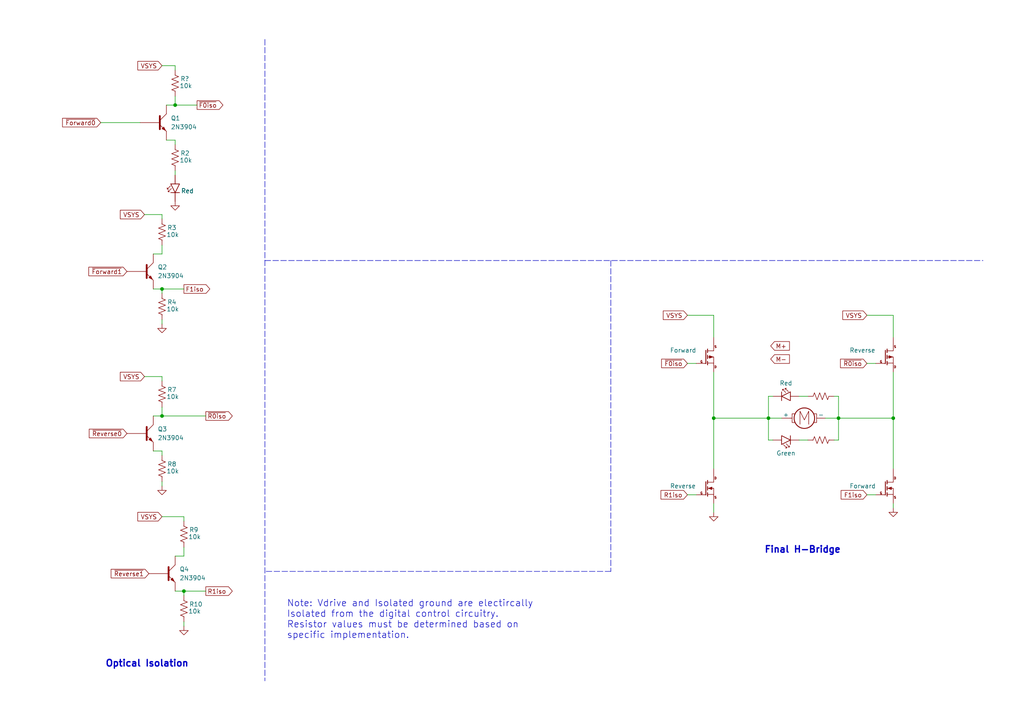
<source format=kicad_sch>
(kicad_sch (version 20250114) (generator "eeschema") (generator_version "9.0")
  (paper "A4")
  (lib_symbols
    (symbol "00TJR:GND" (power) (pin_names (offset 0))
      (property "Value" "GND" (at 0 -3.81 0))
      (symbol "GND_0_1"
        (polyline (pts (xy 0 0) (xy 0 -1.27) (xy 1.27 -1.27) (xy 0 -2.54) (xy -1.27 -1.27) (xy 0 -1.27)))
      )
      (symbol "GND_1_1"
        (pin power_in line (at 0 0 270) (length 0) (hide yes) (name "GND") (number "1"))
      )
    )
    (symbol "00TJR:Motor_DC" (pin_numbers (hide yes)) (pin_names (offset 0))
      (property "Reference" "M" (at 2.54 2.54 0))
      (property "Value" "00TJR_Motor_DC" (at 2.54 -5.08 0))
      (symbol "Motor_DC_0_0"
        (polyline (pts (xy -1.27 1.27) (xy -1.27 2.032) (xy 1.27 2.032) (xy 1.27 1.27)))
        (polyline (pts (xy -1.27 -4.318) (xy -1.27 -5.08) (xy 1.27 -5.08) (xy 1.27 -4.318)))
        (circle (center 0 -1.524) (radius 2.9718) (stroke (width 0.254)))
        (polyline (pts (xy 1.778 -2.794) (xy -2.032 -2.794) (xy 0.508 -1.524) (xy -2.032 -0.254) (xy 1.778 -0.254)))
      )
      (symbol "Motor_DC_0_1"
        (polyline (pts (xy 0 2.032) (xy 0 2.54)))
      )
      (symbol "Motor_DC_1_1"
        (pin passive line (at 0 5.08 270) (length 2.54) (name "+") (number "1"))
        (pin passive line (at 0 -7.62 90) (length 2.54) (name "-") (number "2"))
      )
    )
    (symbol "2N3904_1" (pin_names (offset 0) (hide yes))
      (property "Reference" "Q" (at 5.08 1.905 0))
      (property "Value" "2N3904" (at 5.08 0 0))
      (symbol "2N3904_1_0_1"
        (polyline (pts (xy 0.635 1.905) (xy 0.635 -1.905) (xy 0.635 -1.905)) (stroke (width 0.508)))
        (polyline (pts (xy 0.635 0.635) (xy 2.54 2.54)))
        (polyline (pts (xy 0.635 -0.635) (xy 2.54 -2.54) (xy 2.54 -2.54)))
        (polyline (pts (xy 1.27 -1.778) (xy 1.778 -1.27) (xy 2.286 -2.286) (xy 1.27 -1.778) (xy 1.27 -1.778)) (fill (type outline)))
      )
      (symbol "2N3904_1_1_1"
        (pin passive line (at -5.08 0 0) (length 5.715) (name "B") (number "~"))
        (pin passive line (at 2.54 5.08 270) (length 2.54) (name "C") (number "~"))
        (pin passive line (at 2.54 -5.08 90) (length 2.54) (name "E") (number "~"))
      )
    )
    (symbol "2N3904_2" (pin_names (offset 0) (hide yes))
      (property "Reference" "Q" (at 5.08 1.905 0))
      (property "Value" "2N3904" (at 5.08 0 0))
      (symbol "2N3904_2_0_1"
        (polyline (pts (xy 0.635 1.905) (xy 0.635 -1.905) (xy 0.635 -1.905)) (stroke (width 0.508)))
        (polyline (pts (xy 0.635 0.635) (xy 2.54 2.54)))
        (polyline (pts (xy 0.635 -0.635) (xy 2.54 -2.54) (xy 2.54 -2.54)))
        (polyline (pts (xy 1.27 -1.778) (xy 1.778 -1.27) (xy 2.286 -2.286) (xy 1.27 -1.778) (xy 1.27 -1.778)) (fill (type outline)))
      )
      (symbol "2N3904_2_1_1"
        (pin passive line (at -5.08 0 0) (length 5.715) (name "B") (number "~"))
        (pin passive line (at 2.54 5.08 270) (length 2.54) (name "C") (number "~"))
        (pin passive line (at 2.54 -5.08 90) (length 2.54) (name "E") (number "~"))
      )
    )
    (symbol "2N3904_3" (pin_names (offset 0) (hide yes))
      (property "Reference" "Q" (at 5.08 1.905 0))
      (property "Value" "2N3904" (at 5.08 0 0))
      (symbol "2N3904_3_0_1"
        (polyline (pts (xy 0.635 1.905) (xy 0.635 -1.905) (xy 0.635 -1.905)) (stroke (width 0.508)))
        (polyline (pts (xy 0.635 0.635) (xy 2.54 2.54)))
        (polyline (pts (xy 0.635 -0.635) (xy 2.54 -2.54) (xy 2.54 -2.54)))
        (polyline (pts (xy 1.27 -1.778) (xy 1.778 -1.27) (xy 2.286 -2.286) (xy 1.27 -1.778) (xy 1.27 -1.778)) (fill (type outline)))
      )
      (symbol "2N3904_3_1_1"
        (pin passive line (at -5.08 0 0) (length 5.715) (name "B") (number "~"))
        (pin passive line (at 2.54 5.08 270) (length 2.54) (name "C") (number "~"))
        (pin passive line (at 2.54 -5.08 90) (length 2.54) (name "E") (number "~"))
      )
    )
    (symbol "Device:R_US" (pin_numbers (hide yes)) (pin_names (offset 0))
      (property "Reference" "R" (at 2.54 0 90))
      (property "Value" "Device_R_US" (at -2.54 0 90))
      (symbol "R_US_0_1"
        (polyline (pts (xy 0 2.286) (xy 0 2.54)))
        (polyline (pts (xy 0 2.286) (xy 1.016 1.905) (xy 0 1.524) (xy -1.016 1.143) (xy 0 0.762)))
        (polyline (pts (xy 0 0.762) (xy 1.016 0.381) (xy 0 0) (xy -1.016 -0.381) (xy 0 -0.762)))
        (polyline (pts (xy 0 -0.762) (xy 1.016 -1.143) (xy 0 -1.524) (xy -1.016 -1.905) (xy 0 -2.286)))
        (polyline (pts (xy 0 -2.286) (xy 0 -2.54)))
      )
      (symbol "R_US_1_1"
        (pin passive line (at 0 3.81 270) (length 1.27) (name "~") (number "1"))
        (pin passive line (at 0 -3.81 90) (length 1.27) (name "~") (number "2"))
      )
    )
    (symbol "Drivers-rescue:LED-00TJR" (pin_numbers (hide yes)) (pin_names (offset 1.016) (hide yes))
      (property "Reference" "D" (at -1.6764 2.921 0))
      (property "Value" "LED-00TJR" (at 2.6416 2.8956 0))
      (symbol "LED-00TJR_0_1"
        (polyline (pts (xy 1.0668 -0.0508) (xy 2.032 -1.016) (xy 2.032 -0.6096) (xy 2.032 -1.016) (xy 1.651 -1.016)))
        (polyline (pts (xy 1.27 1.27) (xy -1.27 1.27) (xy 0 -1.27) (xy 1.27 1.27)) (stroke (width 0.2032)))
        (polyline (pts (xy 1.27 -1.27) (xy -1.27 -1.27)) (stroke (width 0.2032)))
      )
      (symbol "LED-00TJR_1_1"
        (polyline (pts (xy 1.3462 0.7112) (xy 2.3114 -0.254) (xy 2.3114 0.1524) (xy 2.3114 -0.254) (xy 1.9304 -0.254)))
        (pin passive line (at 0 3.81 270) (length 2.54) (name "A") (number "2"))
        (pin passive line (at 0 -3.81 90) (length 2.54) (name "K") (number "1"))
      )
    )
    (symbol "Drivers-rescue:NEMOSFET-00TJR" (pin_numbers (hide yes)) (pin_names (hide yes))
      (property "Reference" "Q" (at 1.524 1.2446 0))
      (property "Value" "NEMOSFET-00TJR" (at 1.524 -0.9144 0))
      (symbol "NEMOSFET-00TJR_0_0"
        (text "G" (at -3.556 -2.032 0) (effects (font (size 0.635 0.635))))
        (text "D" (at 0.508 2.286 0) (effects (font (size 0.635 0.635))))
        (text "S" (at 0.508 -3.302 0) (effects (font (size 0.635 0.635))))
      )
      (symbol "NEMOSFET-00TJR_0_1"
        (polyline (pts (xy -2.54 -2.54) (xy -2.286 -2.54)))
        (polyline (pts (xy -2.286 1.2446) (xy -2.286 -2.5654)) (stroke (width 0.254)))
        (polyline (pts (xy -1.778 1.6256) (xy -1.778 0.6096)) (stroke (width 0.254)))
        (polyline (pts (xy -1.778 -0.1524) (xy -1.778 -1.1684)) (stroke (width 0.254)))
        (polyline (pts (xy -1.778 -1.9304) (xy -1.778 -2.9464)) (stroke (width 0.254)))
        (polyline (pts (xy -1.778 -2.4384) (xy 0 -2.4384)))
        (polyline (pts (xy -1.524 -0.6604) (xy -0.508 -0.2794) (xy -0.508 -1.0414) (xy -1.524 -0.6604)) (fill (type outline)))
        (polyline (pts (xy 0 1.905) (xy 0 2.54)))
        (polyline (pts (xy 0 1.8796) (xy 0 1.1176)))
        (polyline (pts (xy 0 1.1176) (xy -1.778 1.1176)))
        (polyline (pts (xy 0 -3.2004) (xy 0 -0.6604) (xy -1.778 -0.6604)))
      )
      (symbol "NEMOSFET-00TJR_1_1"
        (pin input line (at -5.08 -2.54 0) (length 2.54) (name "G") (number "2"))
        (pin passive line (at 0 5.08 270) (length 2.54) (name "D") (number "1"))
        (pin passive line (at 0 -5.08 90) (length 2.54) (name "S") (number "3"))
      )
    )
    (symbol "Drivers-rescue:PEMOSFET-00TJR" (pin_numbers (hide yes)) (pin_names (offset 0) (hide yes))
      (property "Reference" "Q" (at 2.54 1.2446 0))
      (property "Value" "PEMOSFET-00TJR" (at 2.54 -0.9144 0))
      (symbol "PEMOSFET-00TJR_0_0"
        (text "S" (at 0.508 2.286 0) (effects (font (size 0.635 0.635))))
      )
      (symbol "PEMOSFET-00TJR_0_1"
        (polyline (pts (xy -2.54 -2.54) (xy -2.286 -2.54)))
        (polyline (pts (xy -2.286 1.2446) (xy -2.286 -2.5654)) (stroke (width 0.254)))
        (polyline (pts (xy -1.778 1.6256) (xy -1.778 0.6096)) (stroke (width 0.254)))
        (polyline (pts (xy -1.778 -0.1524) (xy -1.778 -1.1684)) (stroke (width 0.254)))
        (polyline (pts (xy -1.778 -1.9304) (xy -1.778 -2.9464)) (stroke (width 0.254)))
        (polyline (pts (xy -1.778 -2.4384) (xy 0 -2.4384)))
        (polyline (pts (xy -0.254 -0.6604) (xy -1.27 -1.0414) (xy -1.27 -0.2794) (xy -0.254 -0.6604)) (fill (type outline)))
        (polyline (pts (xy 0 1.905) (xy 0 2.54)))
        (polyline (pts (xy 0 1.8796) (xy 0 1.1176)))
        (polyline (pts (xy 0 1.1176) (xy -1.778 1.1176)))
        (polyline (pts (xy 0 -3.2004) (xy 0 -0.6604) (xy -1.778 -0.6604)))
      )
      (symbol "PEMOSFET-00TJR_1_1"
        (text "G" (at -3.556 -2.032 0) (effects (font (size 0.635 0.635))))
        (text "D" (at 0.508 -3.556 0) (effects (font (size 0.635 0.635))))
        (pin input line (at -5.08 -2.54 0) (length 2.54) (name "G") (number "2"))
        (pin passive line (at 0 5.08 270) (length 2.54) (name "S") (number "1"))
        (pin passive line (at 0 -5.08 90) (length 2.54) (name "D") (number "3"))
      )
    )
    (symbol "S2020-cache:74xx_74LS14" (pin_names (offset 1.016))
      (property "Reference" "U" (at 0 1.27 0))
      (property "Value" "74xx_74LS14" (at 0 -1.27 0))
      (symbol "74xx_74LS14_1_0"
        (polyline (pts (xy -3.81 3.81) (xy -3.81 -3.81) (xy 3.81 0) (xy -3.81 3.81)) (stroke (width 0.254)) (fill (type background)))
        (pin input line (at -7.62 0 0) (length 3.81) (name "~") (number "1"))
        (pin output inverted (at 7.62 0 180) (length 3.81) (name "~") (number "2"))
      )
      (symbol "74xx_74LS14_1_1"
        (polyline (pts (xy -2.54 -1.27) (xy -0.635 -1.27) (xy -0.635 1.27) (xy 0 1.27)))
        (polyline (pts (xy -1.905 -1.27) (xy -1.905 1.27) (xy -0.635 1.27)))
      )
      (symbol "74xx_74LS14_2_0"
        (polyline (pts (xy -3.81 3.81) (xy -3.81 -3.81) (xy 3.81 0) (xy -3.81 3.81)) (stroke (width 0.254)) (fill (type background)))
        (pin input line (at -7.62 0 0) (length 3.81) (name "~") (number "3"))
        (pin output inverted (at 7.62 0 180) (length 3.81) (name "~") (number "4"))
      )
      (symbol "74xx_74LS14_2_1"
        (polyline (pts (xy -2.54 -1.27) (xy -0.635 -1.27) (xy -0.635 1.27) (xy 0 1.27)))
        (polyline (pts (xy -1.905 -1.27) (xy -1.905 1.27) (xy -0.635 1.27)))
      )
      (symbol "74xx_74LS14_3_0"
        (polyline (pts (xy -3.81 3.81) (xy -3.81 -3.81) (xy 3.81 0) (xy -3.81 3.81)) (stroke (width 0.254)) (fill (type background)))
        (pin input line (at -7.62 0 0) (length 3.81) (name "~") (number "5"))
        (pin output inverted (at 7.62 0 180) (length 3.81) (name "~") (number "6"))
      )
      (symbol "74xx_74LS14_3_1"
        (polyline (pts (xy -2.54 -1.27) (xy -0.635 -1.27) (xy -0.635 1.27) (xy 0 1.27)))
        (polyline (pts (xy -1.905 -1.27) (xy -1.905 1.27) (xy -0.635 1.27)))
      )
      (symbol "74xx_74LS14_4_0"
        (polyline (pts (xy -3.81 3.81) (xy -3.81 -3.81) (xy 3.81 0) (xy -3.81 3.81)) (stroke (width 0.254)) (fill (type background)))
        (pin input line (at -7.62 0 0) (length 3.81) (name "~") (number "9"))
        (pin output inverted (at 7.62 0 180) (length 3.81) (name "~") (number "8"))
      )
      (symbol "74xx_74LS14_4_1"
        (polyline (pts (xy -2.54 -1.27) (xy -0.635 -1.27) (xy -0.635 1.27) (xy 0 1.27)))
        (polyline (pts (xy -1.905 -1.27) (xy -1.905 1.27) (xy -0.635 1.27)))
      )
      (symbol "74xx_74LS14_5_0"
        (polyline (pts (xy -3.81 3.81) (xy -3.81 -3.81) (xy 3.81 0) (xy -3.81 3.81)) (stroke (width 0.254)) (fill (type background)))
        (pin input line (at -7.62 0 0) (length 3.81) (name "~") (number "11"))
        (pin output inverted (at 7.62 0 180) (length 3.81) (name "~") (number "10"))
      )
      (symbol "74xx_74LS14_5_1"
        (polyline (pts (xy -2.54 -1.27) (xy -0.635 -1.27) (xy -0.635 1.27) (xy 0 1.27)))
        (polyline (pts (xy -1.905 -1.27) (xy -1.905 1.27) (xy -0.635 1.27)))
      )
      (symbol "74xx_74LS14_6_0"
        (polyline (pts (xy -3.81 3.81) (xy -3.81 -3.81) (xy 3.81 0) (xy -3.81 3.81)) (stroke (width 0.254)) (fill (type background)))
        (pin input line (at -7.62 0 0) (length 3.81) (name "~") (number "13"))
        (pin output inverted (at 7.62 0 180) (length 3.81) (name "~") (number "12"))
      )
      (symbol "74xx_74LS14_6_1"
        (polyline (pts (xy -2.54 -1.27) (xy -0.635 -1.27) (xy -0.635 1.27) (xy 0 1.27)))
        (polyline (pts (xy -1.905 -1.27) (xy -1.905 1.27) (xy -0.635 1.27)))
      )
      (symbol "74xx_74LS14_7_0"
        (pin power_in line (at 0 12.7 270) (length 5.08) (name "VCC") (number "14"))
        (pin power_in line (at 0 -12.7 90) (length 5.08) (name "GND") (number "7"))
      )
      (symbol "74xx_74LS14_7_1"
        (rectangle (start -5.08 7.62) (end 5.08 -7.62) (stroke (width 0.254)) (fill (type background)))
      )
    )
    (symbol "TFlipFlop-cache:74xx_74LS08" (pin_names (offset 1.016))
      (property "Reference" "U" (at 0 1.27 0))
      (property "Value" "74xx_74LS08" (at 0 -1.27 0))
      (symbol "74xx_74LS08_1_1"
        (arc (start 0 3.81) (mid 3.7934 0) (end 0 -3.81) (stroke (width 0.254)) (fill (type background)))
        (polyline (pts (xy 0 3.81) (xy -3.81 3.81) (xy -3.81 -3.81) (xy 0 -3.81)) (stroke (width 0.254)) (fill (type background)))
        (pin input line (at -7.62 2.54 0) (length 3.81) (name "~") (number "1"))
        (pin input line (at -7.62 -2.54 0) (length 3.81) (name "~") (number "2"))
        (pin output line (at 7.62 0 180) (length 3.81) (name "~") (number "3"))
      )
      (symbol "74xx_74LS08_1_2"
        (arc (start -3.81 3.81) (mid -2.589 0) (end -3.81 -3.81) (stroke (width 0.254)))
        (polyline (pts (xy -3.81 3.81) (xy -0.635 3.81)) (stroke (width 0.254)) (fill (type background)))
        (polyline (pts (xy -3.81 -3.81) (xy -0.635 -3.81)) (stroke (width 0.254)) (fill (type background)))
        (arc (start 3.81 0) (mid 2.1855 -2.584) (end -0.6096 -3.81) (stroke (width 0.254)) (fill (type background)))
        (arc (start -0.6096 3.81) (mid 2.1928 2.5924) (end 3.81 0) (stroke (width 0.254)) (fill (type background)))
        (polyline (pts (xy -0.635 3.81) (xy -3.81 3.81) (xy -3.81 3.81) (xy -3.556 3.4036) (xy -3.0226 2.2606) (xy -2.6924 1.0414) (xy -2.6162 -0.254) (xy -2.7686 -1.4986) (xy -3.175 -2.7178) (xy -3.81 -3.81) (xy -3.81 -3.81) (xy -0.635 -3.81)) (stroke (width -25.4)) (fill (type background)))
        (pin input inverted (at -7.62 2.54 0) (length 4.318) (name "~") (number "1"))
        (pin input inverted (at -7.62 -2.54 0) (length 4.318) (name "~") (number "2"))
        (pin output inverted (at 7.62 0 180) (length 3.81) (name "~") (number "3"))
      )
      (symbol "74xx_74LS08_2_1"
        (arc (start 0 3.81) (mid 3.7934 0) (end 0 -3.81) (stroke (width 0.254)) (fill (type background)))
        (polyline (pts (xy 0 3.81) (xy -3.81 3.81) (xy -3.81 -3.81) (xy 0 -3.81)) (stroke (width 0.254)) (fill (type background)))
        (pin input line (at -7.62 2.54 0) (length 3.81) (name "~") (number "4"))
        (pin input line (at -7.62 -2.54 0) (length 3.81) (name "~") (number "5"))
        (pin output line (at 7.62 0 180) (length 3.81) (name "~") (number "6"))
      )
      (symbol "74xx_74LS08_2_2"
        (arc (start -3.81 3.81) (mid -2.589 0) (end -3.81 -3.81) (stroke (width 0.254)))
        (polyline (pts (xy -3.81 3.81) (xy -0.635 3.81)) (stroke (width 0.254)) (fill (type background)))
        (polyline (pts (xy -3.81 -3.81) (xy -0.635 -3.81)) (stroke (width 0.254)) (fill (type background)))
        (arc (start 3.81 0) (mid 2.1855 -2.584) (end -0.6096 -3.81) (stroke (width 0.254)) (fill (type background)))
        (arc (start -0.6096 3.81) (mid 2.1928 2.5924) (end 3.81 0) (stroke (width 0.254)) (fill (type background)))
        (polyline (pts (xy -0.635 3.81) (xy -3.81 3.81) (xy -3.81 3.81) (xy -3.556 3.4036) (xy -3.0226 2.2606) (xy -2.6924 1.0414) (xy -2.6162 -0.254) (xy -2.7686 -1.4986) (xy -3.175 -2.7178) (xy -3.81 -3.81) (xy -3.81 -3.81) (xy -0.635 -3.81)) (stroke (width -25.4)) (fill (type background)))
        (pin input inverted (at -7.62 2.54 0) (length 4.318) (name "~") (number "4"))
        (pin input inverted (at -7.62 -2.54 0) (length 4.318) (name "~") (number "5"))
        (pin output inverted (at 7.62 0 180) (length 3.81) (name "~") (number "6"))
      )
      (symbol "74xx_74LS08_3_1"
        (arc (start 0 3.81) (mid 3.7934 0) (end 0 -3.81) (stroke (width 0.254)) (fill (type background)))
        (polyline (pts (xy 0 3.81) (xy -3.81 3.81) (xy -3.81 -3.81) (xy 0 -3.81)) (stroke (width 0.254)) (fill (type background)))
        (pin input line (at -7.62 2.54 0) (length 3.81) (name "~") (number "9"))
        (pin input line (at -7.62 -2.54 0) (length 3.81) (name "~") (number "10"))
        (pin output line (at 7.62 0 180) (length 3.81) (name "~") (number "8"))
      )
      (symbol "74xx_74LS08_3_2"
        (arc (start -3.81 3.81) (mid -2.589 0) (end -3.81 -3.81) (stroke (width 0.254)))
        (polyline (pts (xy -3.81 3.81) (xy -0.635 3.81)) (stroke (width 0.254)) (fill (type background)))
        (polyline (pts (xy -3.81 -3.81) (xy -0.635 -3.81)) (stroke (width 0.254)) (fill (type background)))
        (arc (start 3.81 0) (mid 2.1855 -2.584) (end -0.6096 -3.81) (stroke (width 0.254)) (fill (type background)))
        (arc (start -0.6096 3.81) (mid 2.1928 2.5924) (end 3.81 0) (stroke (width 0.254)) (fill (type background)))
        (polyline (pts (xy -0.635 3.81) (xy -3.81 3.81) (xy -3.81 3.81) (xy -3.556 3.4036) (xy -3.0226 2.2606) (xy -2.6924 1.0414) (xy -2.6162 -0.254) (xy -2.7686 -1.4986) (xy -3.175 -2.7178) (xy -3.81 -3.81) (xy -3.81 -3.81) (xy -0.635 -3.81)) (stroke (width -25.4)) (fill (type background)))
        (pin input inverted (at -7.62 2.54 0) (length 4.318) (name "~") (number "9"))
        (pin input inverted (at -7.62 -2.54 0) (length 4.318) (name "~") (number "10"))
        (pin output inverted (at 7.62 0 180) (length 3.81) (name "~") (number "8"))
      )
      (symbol "74xx_74LS08_4_1"
        (arc (start 0 3.81) (mid 3.7934 0) (end 0 -3.81) (stroke (width 0.254)) (fill (type background)))
        (polyline (pts (xy 0 3.81) (xy -3.81 3.81) (xy -3.81 -3.81) (xy 0 -3.81)) (stroke (width 0.254)) (fill (type background)))
        (pin input line (at -7.62 2.54 0) (length 3.81) (name "~") (number "12"))
        (pin input line (at -7.62 -2.54 0) (length 3.81) (name "~") (number "13"))
        (pin output line (at 7.62 0 180) (length 3.81) (name "~") (number "11"))
      )
      (symbol "74xx_74LS08_4_2"
        (arc (start -3.81 3.81) (mid -2.589 0) (end -3.81 -3.81) (stroke (width 0.254)))
        (polyline (pts (xy -3.81 3.81) (xy -0.635 3.81)) (stroke (width 0.254)) (fill (type background)))
        (polyline (pts (xy -3.81 -3.81) (xy -0.635 -3.81)) (stroke (width 0.254)) (fill (type background)))
        (arc (start 3.81 0) (mid 2.1855 -2.584) (end -0.6096 -3.81) (stroke (width 0.254)) (fill (type background)))
        (arc (start -0.6096 3.81) (mid 2.1928 2.5924) (end 3.81 0) (stroke (width 0.254)) (fill (type background)))
        (polyline (pts (xy -0.635 3.81) (xy -3.81 3.81) (xy -3.81 3.81) (xy -3.556 3.4036) (xy -3.0226 2.2606) (xy -2.6924 1.0414) (xy -2.6162 -0.254) (xy -2.7686 -1.4986) (xy -3.175 -2.7178) (xy -3.81 -3.81) (xy -3.81 -3.81) (xy -0.635 -3.81)) (stroke (width -25.4)) (fill (type background)))
        (pin input inverted (at -7.62 2.54 0) (length 4.318) (name "~") (number "12"))
        (pin input inverted (at -7.62 -2.54 0) (length 4.318) (name "~") (number "13"))
        (pin output inverted (at 7.62 0 180) (length 3.81) (name "~") (number "11"))
      )
      (symbol "74xx_74LS08_5_0"
        (pin power_in line (at 0 12.7 270) (length 5.08) (name "VCC") (number "14"))
        (pin power_in line (at 0 -12.7 90) (length 5.08) (name "GND") (number "7"))
      )
      (symbol "74xx_74LS08_5_1"
        (rectangle (start -5.08 7.62) (end 5.08 -7.62) (stroke (width 0.254)) (fill (type background)))
      )
    )
    (symbol "TJR:2N3904" (pin_names (offset 0) (hide yes))
      (property "Reference" "Q" (at 5.08 1.905 0))
      (property "Value" "2N3904" (at 5.08 0 0))
      (symbol "2N3904_0_1"
        (polyline (pts (xy 0.635 1.905) (xy 0.635 -1.905) (xy 0.635 -1.905)) (stroke (width 0.508)))
        (polyline (pts (xy 0.635 0.635) (xy 2.54 2.54)))
        (polyline (pts (xy 0.635 -0.635) (xy 2.54 -2.54) (xy 2.54 -2.54)))
        (polyline (pts (xy 1.27 -1.778) (xy 1.778 -1.27) (xy 2.286 -2.286) (xy 1.27 -1.778) (xy 1.27 -1.778)) (fill (type outline)))
      )
      (symbol "2N3904_1_1"
        (pin passive line (at -5.08 0 0) (length 5.715) (name "B") (number "~"))
        (pin passive line (at 2.54 5.08 270) (length 2.54) (name "C") (number "~"))
        (pin passive line (at 2.54 -5.08 90) (length 2.54) (name "E") (number "~"))
      )
    )
    (symbol "jumper:Jumper_2_Open" (pin_numbers (hide yes)) (pin_names (offset 0) (hide yes)) (exclude_from_sim yes)
      (property "Reference" "JP" (at 0 2.794 0))
      (property "Value" "Jumper_2_Open" (at 0 -2.286 0))
      (symbol "Jumper_2_Open_0_0"
        (circle (center -2.032 0) (radius 0.508))
        (circle (center 2.032 0) (radius 0.508))
      )
      (symbol "Jumper_2_Open_0_1"
        (arc (start -1.524 1.27) (mid 0 1.778) (end 1.524 1.27))
      )
      (symbol "Jumper_2_Open_1_1"
        (pin passive line (at -5.08 0 0) (length 2.54) (name "A") (number "1"))
        (pin passive line (at 5.08 0 180) (length 2.54) (name "B") (number "2"))
      )
    )
    (symbol "power:+5V" (power) (pin_numbers (hide yes)) (pin_names (offset 0) (hide yes))
      (property "Value" "+5V" (at 0 3.556 0))
      (symbol "+5V_0_1"
        (polyline (pts (xy -0.762 1.27) (xy 0 2.54)))
        (polyline (pts (xy 0 2.54) (xy 0.762 1.27)))
        (polyline (pts (xy 0 0) (xy 0 2.54)))
      )
      (symbol "+5V_1_1"
        (pin power_in line (at 0 0 90) (length 0) (name "~") (number "1"))
      )
    )
  )
  (text "Note: Vdrive and Isolated ground are electircally\nIsolated from the digital control circuitry. \nResistor values must be determined based on\nspecific implementation." (at 83.185 185.42 0) (effects (font (size 1.905 1.905)) (justify left bottom)))
  (text "Final H-Bridge" (at 221.615 160.655 0) (effects (font (size 1.905 1.905) (thickness 0.381) (bold yes)) (justify left bottom)))
  (text "Optical Isolation" (at 30.48 193.675 0) (effects (font (size 1.905 1.905) (thickness 0.381) (bold yes)) (justify left bottom)))
  (junction (at -76.2 173.99))
  (junction (at 259.08 121.285))
  (junction (at -114.3 163.83))
  (junction (at 46.99 120.65))
  (junction (at 50.8 30.48))
  (junction (at -95.25 163.83))
  (junction (at 207.01 121.285))
  (junction (at 222.885 121.285))
  (junction (at 46.99 83.82))
  (junction (at 243.205 121.285))
  (junction (at -127 163.83))
  (junction (at -95.25 148.59))
  (junction (at 53.34 171.45))
  (wire (pts (xy 53.34 149.86) (xy 53.34 151.13)))
  (wire (pts (xy 241.935 127.635) (xy 243.205 127.635)))
  (wire (pts (xy 53.34 171.45) (xy 53.34 172.72)))
  (wire (pts (xy -133.35 163.83) (xy -127 163.83)))
  (wire (pts (xy 53.34 161.29) (xy 50.8 161.29)))
  (wire (pts (xy 259.08 91.44) (xy 259.08 97.79)))
  (wire (pts (xy -96.52 148.59) (xy -95.25 148.59)))
  (wire (pts (xy -95.25 184.15) (xy -92.71 184.15)))
  (wire (pts (xy 50.8 19.05) (xy 50.8 20.32)))
  (polyline (pts (xy 76.835 11.43) (xy 76.835 197.485)) (stroke (width 0) (type dash)))
  (wire (pts (xy -95.25 163.83) (xy -95.25 184.15)))
  (wire (pts (xy 251.46 105.41) (xy 254 105.41)))
  (wire (pts (xy -55.88 173.99) (xy -76.2 173.99)))
  (wire (pts (xy 53.34 180.34) (xy 53.34 181.61)))
  (wire (pts (xy -95.25 148.59) (xy -55.88 148.59)))
  (wire (pts (xy -77.47 163.83) (xy -74.93 163.83)))
  (wire (pts (xy 231.775 114.935) (xy 234.315 114.935)))
  (wire (pts (xy 222.885 114.935) (xy 222.885 121.285)))
  (wire (pts (xy 29.21 35.56) (xy 40.64 35.56)))
  (wire (pts (xy 251.46 143.51) (xy 254 143.51)))
  (wire (pts (xy 44.45 83.82) (xy 46.99 83.82)))
  (wire (pts (xy 207.01 146.05) (xy 207.01 148.59)))
  (wire (pts (xy -113.03 171.45) (xy -114.3 171.45)))
  (wire (pts (xy 207.01 121.285) (xy 222.885 121.285)))
  (wire (pts (xy 243.205 121.285) (xy 259.08 121.285)))
  (wire (pts (xy -147.32 176.53) (xy -113.03 176.53)))
  (wire (pts (xy 46.99 109.22) (xy 46.99 110.49)))
  (wire (pts (xy 251.46 91.44) (xy 259.08 91.44)))
  (wire (pts (xy -59.69 181.61) (xy -55.88 181.61)))
  (wire (pts (xy 222.885 121.285) (xy 226.695 121.285)))
  (wire (pts (xy 46.99 19.05) (xy 50.8 19.05)))
  (wire (pts (xy 46.99 83.82) (xy 53.34 83.82)))
  (wire (pts (xy 41.91 109.22) (xy 46.99 109.22)))
  (wire (pts (xy -147.32 146.05) (xy -111.76 146.05)))
  (wire (pts (xy 243.205 114.935) (xy 243.205 121.285)))
  (wire (pts (xy 50.8 30.48) (xy 48.26 30.48)))
  (wire (pts (xy 46.99 130.81) (xy 46.99 132.08)))
  (wire (pts (xy 46.99 73.66) (xy 44.45 73.66)))
  (wire (pts (xy 48.26 40.64) (xy 50.8 40.64)))
  (wire (pts (xy 46.99 83.82) (xy 46.99 85.09)))
  (wire (pts (xy 50.8 30.48) (xy 57.15 30.48)))
  (wire (pts (xy -114.3 151.13) (xy -111.76 151.13)))
  (wire (pts (xy -97.79 173.99) (xy -76.2 173.99)))
  (wire (pts (xy 199.39 105.41) (xy 201.93 105.41)))
  (wire (pts (xy 224.155 114.935) (xy 222.885 114.935)))
  (wire (pts (xy 243.205 127.635) (xy 243.205 121.285)))
  (wire (pts (xy -95.25 163.83) (xy -92.71 163.83)))
  (wire (pts (xy 259.08 107.95) (xy 259.08 121.285)))
  (wire (pts (xy -77.47 184.15) (xy -74.93 184.15)))
  (wire (pts (xy -76.2 168.91) (xy -76.2 173.99)))
  (wire (pts (xy 46.99 71.12) (xy 46.99 73.66)))
  (wire (pts (xy 46.99 118.11) (xy 46.99 120.65)))
  (wire (pts (xy 46.99 139.7) (xy 46.99 140.97)))
  (wire (pts (xy -127 163.83) (xy -114.3 163.83)))
  (wire (pts (xy -114.3 163.83) (xy -114.3 151.13)))
  (wire (pts (xy -74.93 168.91) (xy -76.2 168.91)))
  (wire (pts (xy 207.01 91.44) (xy 207.01 97.79)))
  (wire (pts (xy 46.99 120.65) (xy 59.69 120.65)))
  (wire (pts (xy 259.08 121.285) (xy 259.08 135.89)))
  (wire (pts (xy 224.155 127.635) (xy 222.885 127.635)))
  (wire (pts (xy -143.51 163.83) (xy -147.32 163.83)))
  (wire (pts (xy 259.08 146.05) (xy 259.08 147.32)))
  (wire (pts (xy 50.8 27.94) (xy 50.8 30.48)))
  (wire (pts (xy 50.8 40.64) (xy 50.8 41.91)))
  (polyline (pts (xy 76.835 75.565) (xy 285.115 75.565)) (stroke (width 0) (type dash)))
  (wire (pts (xy 50.8 171.45) (xy 53.34 171.45)))
  (wire (pts (xy 239.395 121.285) (xy 243.205 121.285)))
  (wire (pts (xy 222.885 127.635) (xy 222.885 121.285)))
  (wire (pts (xy 231.775 127.635) (xy 234.315 127.635)))
  (wire (pts (xy -114.3 163.83) (xy -114.3 171.45)))
  (wire (pts (xy -76.2 179.07) (xy -76.2 173.99)))
  (wire (pts (xy 46.99 149.86) (xy 53.34 149.86)))
  (wire (pts (xy -74.93 179.07) (xy -76.2 179.07)))
  (wire (pts (xy 241.935 114.935) (xy 243.205 114.935)))
  (wire (pts (xy 46.99 92.71) (xy 46.99 93.98)))
  (polyline (pts (xy 177.165 75.565) (xy 177.165 165.735)) (stroke (width 0) (type dash)))
  (wire (pts (xy 207.01 107.95) (xy 207.01 121.285)))
  (wire (pts (xy 53.34 158.75) (xy 53.34 161.29)))
  (wire (pts (xy 44.45 130.81) (xy 46.99 130.81)))
  (wire (pts (xy -59.69 166.37) (xy -55.88 166.37)))
  (wire (pts (xy 46.99 62.23) (xy 46.99 63.5)))
  (wire (pts (xy 41.91 62.23) (xy 46.99 62.23)))
  (wire (pts (xy 53.34 171.45) (xy 59.69 171.45)))
  (wire (pts (xy 46.99 120.65) (xy 44.45 120.65)))
  (wire (pts (xy 207.01 121.285) (xy 207.01 135.89)))
  (wire (pts (xy 50.8 49.53) (xy 50.8 50.8)))
  (polyline (pts (xy 177.165 165.735) (xy 76.835 165.735)) (stroke (width 0) (type dash)))
  (wire (pts (xy 199.39 143.51) (xy 201.93 143.51)))
  (wire (pts (xy 199.39 91.44) (xy 207.01 91.44)))
  (wire (pts (xy -95.25 148.59) (xy -95.25 163.83)))
  (wire (pts (xy -127 163.83) (xy -127 162.56)))
  (global_label "R1iso" (shape input) (at 199.39 143.51 180) (property "Intersheetrefs" "${INTERSHEET_REFS}" (effects (hide yes))))
  (global_label "~{Reverse1}" (shape input) (at 43.18 166.37 180) (property "Intersheetrefs" "${INTERSHEET_REFS}" (effects (hide yes))))
  (global_label "~{Forward0}" (shape input) (at 29.21 35.56 180) (property "Intersheetrefs" "${INTERSHEET_REFS}" (effects (hide yes))))
  (global_label "~{F0iso}" (shape output) (at 57.15 30.48 0) (property "Intersheetrefs" "${INTERSHEET_REFS}" (effects (hide yes))))
  (global_label "M+" (shape input) (at 223.52 100.33 0) (property "Intersheetrefs" "${INTERSHEET_REFS}" (effects (hide yes))))
  (global_label "~{R0iso}" (shape output) (at 59.69 120.65 0) (property "Intersheetrefs" "${INTERSHEET_REFS}" (effects (hide yes))))
  (global_label "VSYS" (shape input) (at 46.99 149.86 180) (property "Intersheetrefs" "${INTERSHEET_REFS}" (effects (hide yes))))
  (global_label "F1iso" (shape input) (at 251.46 143.51 180) (property "Intersheetrefs" "${INTERSHEET_REFS}" (effects (hide yes))))
  (global_label "VSYS" (shape input) (at 199.39 91.44 180) (property "Intersheetrefs" "${INTERSHEET_REFS}" (effects (hide yes))))
  (global_label "VSYS" (shape input) (at 41.91 62.23 180) (property "Intersheetrefs" "${INTERSHEET_REFS}" (effects (hide yes))))
  (global_label "M-" (shape input) (at 223.52 104.14 0) (property "Intersheetrefs" "${INTERSHEET_REFS}" (effects (hide yes))))
  (global_label "~{Forward0}" (shape output) (at -55.88 148.59 0) (property "Intersheetrefs" "${INTERSHEET_REFS}" (effects (hide yes))))
  (global_label "~{Forward1}" (shape input) (at 36.83 78.74 180) (property "Intersheetrefs" "${INTERSHEET_REFS}" (effects (hide yes))))
  (global_label "~{F0iso}" (shape input) (at 199.39 105.41 180) (property "Intersheetrefs" "${INTERSHEET_REFS}" (effects (hide yes))))
  (global_label "PIN_PWM_SPD_CMD" (shape input) (at -147.32 163.83 180) (property "Intersheetrefs" "${INTERSHEET_REFS}" (effects (hide yes))))
  (global_label "VSYS" (shape input) (at 251.46 91.44 180) (property "Intersheetrefs" "${INTERSHEET_REFS}" (effects (hide yes))))
  (global_label "~{Forward1}" (shape output) (at -55.88 166.37 0) (property "Intersheetrefs" "${INTERSHEET_REFS}" (effects (hide yes))))
  (global_label "~{Reverse0}" (shape input) (at 36.83 125.73 180) (property "Intersheetrefs" "${INTERSHEET_REFS}" (effects (hide yes))))
  (global_label "S0" (shape input) (at -147.32 146.05 180) (property "Intersheetrefs" "${INTERSHEET_REFS}" (effects (hide yes))))
  (global_label "S1" (shape input) (at -147.32 176.53 180) (property "Intersheetrefs" "${INTERSHEET_REFS}" (effects (hide yes))))
  (global_label "~{Reverse1}" (shape output) (at -55.88 181.61 0) (property "Intersheetrefs" "${INTERSHEET_REFS}" (effects (hide yes))))
  (global_label "R1iso" (shape output) (at 59.69 171.45 0) (property "Intersheetrefs" "${INTERSHEET_REFS}" (effects (hide yes))))
  (global_label "~{Reverse0}" (shape output) (at -55.88 173.99 0) (property "Intersheetrefs" "${INTERSHEET_REFS}" (effects (hide yes))))
  (global_label "F1iso" (shape output) (at 53.34 83.82 0) (property "Intersheetrefs" "${INTERSHEET_REFS}" (effects (hide yes))))
  (global_label "VSYS" (shape input) (at 41.91 109.22 180) (property "Intersheetrefs" "${INTERSHEET_REFS}" (effects (hide yes))))
  (global_label "VSYS" (shape input) (at 46.99 19.05 180) (property "Intersheetrefs" "${INTERSHEET_REFS}" (effects (hide yes))))
  (global_label "~{R0iso}" (shape input) (at 251.46 105.41 180) (property "Intersheetrefs" "${INTERSHEET_REFS}" (effects (hide yes))))
  (symbol (lib_id "Drivers-rescue:NEMOSFET-00TJR") (at 207.01 140.97 0) (unit 1)
    (property "Reference" "Q?" (effects (hide yes)))
    (property "Value" "Reverse" (at 194.31 140.97 0) (effects (justify left)))
    (property "Footprint" "Package_TO_SOT_THT:TO-92_Inline" (effects (hide yes)))
    (property "Datasheet" "http://www.onsemi.com/pub_link/Collateral/BS107-D.PDF" (effects (hide yes)))
  )
  (symbol (lib_id "Drivers-rescue:NEMOSFET-00TJR") (at 259.08 140.97 0) (unit 1)
    (property "Reference" "Q?" (effects (hide yes)))
    (property "Value" "Forward" (at 246.38 140.97 0) (effects (justify left)))
    (property "Footprint" "Package_TO_SOT_THT:TO-92_Inline" (effects (hide yes)))
    (property "Datasheet" "http://www.onsemi.com/pub_link/Collateral/BS107-D.PDF" (effects (hide yes)))
  )
  (symbol (lib_id "Drivers-rescue:PEMOSFET-00TJR") (at 207.01 102.87 0) (unit 1)
    (property "Reference" "Q?" (effects (hide yes)))
    (property "Value" "Forward" (at 194.31 101.6 0) (effects (justify left)))
    (property "Footprint" "Package_TO_SOT_THT:TO-92_Inline" (effects (hide yes)))
    (property "Datasheet" "http://www.onsemi.com/pub_link/Collateral/BS107-D.PDF" (effects (hide yes)))
  )
  (symbol (lib_id "Drivers-rescue:PEMOSFET-00TJR") (at 259.08 102.87 0) (unit 1)
    (property "Reference" "Q?" (effects (hide yes)))
    (property "Value" "Reverse" (at 246.38 101.6 0) (effects (justify left)))
    (property "Footprint" "Package_TO_SOT_THT:TO-92_Inline" (effects (hide yes)))
    (property "Datasheet" "http://www.onsemi.com/pub_link/Collateral/BS107-D.PDF" (effects (hide yes)))
  )
  (symbol (lib_id "Drivers-rescue:LED-00TJR") (at 227.965 114.935 270) (mirror x) (unit 1)
    (property "Reference" "D?" (effects (hide yes)))
    (property "Value" "Red" (at 227.965 111.125 90))
  )
  (symbol (lib_id "Drivers-rescue:LED-00TJR") (at 227.965 127.635 90) (mirror x) (unit 1)
    (property "Reference" "D?" (effects (hide yes)))
    (property "Value" "Green" (at 227.965 131.445 90))
  )
  (symbol (lib_id "Device:R_US") (at 238.125 114.935 270) (unit 1)
    (property "Reference" "R?" (effects (hide yes)))
    (property "Value" "R_US" (effects (hide yes)))
  )
  (symbol (lib_id "Device:R_US") (at 238.125 127.635 270) (unit 1)
    (property "Reference" "R?" (effects (hide yes)))
    (property "Value" "R_US" (effects (hide yes)))
  )
  (symbol (lib_id "Device:R_US") (at 50.8 24.13 0) (unit 1)
    (property "Reference" "R?" (at 52.324 22.86 0) (effects (justify left)))
    (property "Value" "10k" (at 52.07 24.892 0) (effects (justify left)))
  )
  (symbol (lib_id "00TJR:Motor_DC") (at 231.775 121.285 90) (mirror x) (unit 1)
    (property "Reference" "M?" (effects (hide yes)))
    (property "Value" "Motor_DC" (effects (hide yes)))
  )
  (symbol (lib_id "Device:R_US") (at 53.34 154.94 0) (unit 1)
    (property "Reference" "R9" (at 54.864 153.67 0) (effects (justify left)))
    (property "Value" "10k" (at 54.61 155.702 0) (effects (justify left)))
  )
  (symbol (lib_id "S2020-cache:74xx_74LS14") (at -85.09 163.83 0) (mirror x) (unit 6)
    (property "Reference" "U6" (at -83.312 161.036 0))
    (property "Value" "74LS14" (effects (hide yes)))
  )
  (symbol (lib_id "jumper:Jumper_2_Open") (at -138.43 163.83 0) (unit 1)
    (property "Reference" "JP2" (at -138.43 160.274 0))
    (property "Value" "Jumper_2_Open" (effects (hide yes)))
    (property "Description" "Jumper, 2-pole, open" (effects (hide yes)))
  )
  (symbol (lib_name "2N3904_2") (lib_id "TJR:2N3904") (at 41.91 125.73 0) (unit 1)
    (property "Reference" "Q3" (at 45.72 124.4599 0) (effects (justify left)))
    (property "Value" "2N3904" (at 45.72 126.9999 0) (effects (justify left)))
    (property "Footprint" "TO-92" (effects (hide yes)))
    (property "Datasheet" "https://www.fairchildsemi.com/datasheets/2N/2N3904.pdf" (effects (hide yes)))
    (property "Description" "0.2A Ic, 40V Vce, Small Signal NPN Transistor, TO-92" (effects (hide yes)))
  )
  (symbol (lib_name "2N3904_3") (lib_id "TJR:2N3904") (at 48.26 166.37 0) (unit 1)
    (property "Reference" "Q4" (at 52.07 165.0999 0) (effects (justify left)))
    (property "Value" "2N3904" (at 52.07 167.6399 0) (effects (justify left)))
    (property "Footprint" "TO-92" (effects (hide yes)))
    (property "Datasheet" "https://www.fairchildsemi.com/datasheets/2N/2N3904.pdf" (effects (hide yes)))
    (property "Description" "0.2A Ic, 40V Vce, Small Signal NPN Transistor, TO-92" (effects (hide yes)))
  )
  (symbol (lib_id "TFlipFlop-cache:74xx_74LS08") (at -67.31 166.37 0) (mirror x) (unit 1)
    (property "Reference" "U7" (at -68.58 171.45 0))
    (property "Value" "74LS08" (effects (hide yes)))
  )
  (symbol (lib_id "TFlipFlop-cache:74xx_74LS08") (at -105.41 173.99 0) (mirror x) (unit 4)
    (property "Reference" "U13" (at -106.68 179.07 0))
    (property "Value" "74LS08" (effects (hide yes)))
  )
  (symbol (lib_id "Drivers-rescue:LED-00TJR") (at 50.8 54.61 0) (mirror y) (unit 1)
    (property "Reference" "D8" (effects (hide yes)))
    (property "Value" "Red" (at 54.356 55.372 0))
  )
  (symbol (lib_id "Device:R_US") (at 50.8 45.72 0) (unit 1)
    (property "Reference" "R2" (at 52.324 44.45 0) (effects (justify left)))
    (property "Value" "10k" (at 52.07 46.482 0) (effects (justify left)))
  )
  (symbol (lib_id "Device:R_US") (at 46.99 67.31 0) (unit 1)
    (property "Reference" "R3" (at 48.514 66.04 0) (effects (justify left)))
    (property "Value" "10k" (at 48.26 68.072 0) (effects (justify left)))
  )
  (symbol (lib_id "00TJR:GND") (at 50.8 58.42 0) (unit 1)
    (property "Reference" "#PWR018" (effects (hide yes)))
    (property "Value" "GND" (effects (hide yes)))
  )
  (symbol (lib_id "Device:R_US") (at 46.99 135.89 0) (unit 1)
    (property "Reference" "R8" (at 48.514 134.62 0) (effects (justify left)))
    (property "Value" "10k" (at 48.26 136.652 0) (effects (justify left)))
  )
  (symbol (lib_id "TFlipFlop-cache:74xx_74LS08") (at -67.31 181.61 0) (mirror x) (unit 1)
    (property "Reference" "U8" (at -68.58 186.69 0))
    (property "Value" "74LS08" (effects (hide yes)))
  )
  (symbol (lib_id "TJR:2N3904") (at 45.72 35.56 0) (unit 1)
    (property "Reference" "Q1" (at 49.53 34.2899 0) (effects (justify left)))
    (property "Value" "2N3904" (at 49.53 36.8299 0) (effects (justify left)))
    (property "Footprint" "TO-92" (effects (hide yes)))
    (property "Datasheet" "https://www.fairchildsemi.com/datasheets/2N/2N3904.pdf" (effects (hide yes)))
    (property "Description" "0.2A Ic, 40V Vce, Small Signal NPN Transistor, TO-92" (effects (hide yes)))
  )
  (symbol (lib_id "Device:R_US") (at 46.99 88.9 0) (unit 1)
    (property "Reference" "R4" (at 48.514 87.63 0) (effects (justify left)))
    (property "Value" "10k" (at 48.26 89.662 0) (effects (justify left)))
  )
  (symbol (lib_id "power:+5V") (at -127 154.94 0) (unit 1)
    (property "Reference" "#PWR019" (effects (hide yes)))
    (property "Value" "+5V" (at -124.206 153.162 0))
    (property "Description" "Power symbol creates a global label with name \"+5V\"" (effects (hide yes)))
  )
  (symbol (lib_id "00TJR:GND") (at 53.34 181.61 0) (unit 1)
    (property "Reference" "#PWR015" (effects (hide yes)))
    (property "Value" "GND" (effects (hide yes)))
  )
  (symbol (lib_id "S2020-cache:74xx_74LS14") (at -85.09 184.15 0) (mirror x) (unit 5)
    (property "Reference" "U6" (at -83.566 181.356 0))
    (property "Value" "74LS14" (effects (hide yes)))
  )
  (symbol (lib_id "Device:R_US") (at -127 158.75 0) (unit 1)
    (property "Reference" "R11" (at -125.476 157.48 0) (effects (justify left)))
    (property "Value" "10k" (at -125.73 159.512 0) (effects (justify left)))
  )
  (symbol (lib_id "Device:R_US") (at 46.99 114.3 0) (unit 1)
    (property "Reference" "R7" (at 48.514 113.03 0) (effects (justify left)))
    (property "Value" "10k" (at 48.26 115.062 0) (effects (justify left)))
  )
  (symbol (lib_id "00TJR:GND") (at 46.99 140.97 0) (unit 1)
    (property "Reference" "#PWR016" (effects (hide yes)))
    (property "Value" "GND" (effects (hide yes)))
  )
  (symbol (lib_id "00TJR:GND") (at 259.08 147.32 0) (unit 1)
    (property "Reference" "#PWR08" (effects (hide yes)))
    (property "Value" "GND" (effects (hide yes)))
  )
  (symbol (lib_id "00TJR:GND") (at 207.01 148.59 0) (unit 1)
    (property "Reference" "#PWR02" (effects (hide yes)))
    (property "Value" "GND" (effects (hide yes)))
  )
  (symbol (lib_id "Device:R_US") (at 53.34 176.53 0) (unit 1)
    (property "Reference" "R10" (at 54.864 175.26 0) (effects (justify left)))
    (property "Value" "10k" (at 54.61 177.292 0) (effects (justify left)))
  )
  (symbol (lib_name "2N3904_1") (lib_id "TJR:2N3904") (at 41.91 78.74 0) (unit 1)
    (property "Reference" "Q2" (at 45.72 77.4699 0) (effects (justify left)))
    (property "Value" "2N3904" (at 45.72 80.0099 0) (effects (justify left)))
    (property "Footprint" "TO-92" (effects (hide yes)))
    (property "Datasheet" "https://www.fairchildsemi.com/datasheets/2N/2N3904.pdf" (effects (hide yes)))
    (property "Description" "0.2A Ic, 40V Vce, Small Signal NPN Transistor, TO-92" (effects (hide yes)))
  )
  (symbol (lib_id "TFlipFlop-cache:74xx_74LS08") (at -104.14 148.59 0) (mirror x) (unit 1)
    (property "Reference" "U13" (at -105.41 153.67 0))
    (property "Value" "74LS08" (effects (hide yes)))
  )
  (symbol (lib_id "00TJR:GND") (at 46.99 93.98 0) (unit 1)
    (property "Reference" "#PWR017" (effects (hide yes)))
    (property "Value" "GND" (effects (hide yes)))
  )
)
</source>
